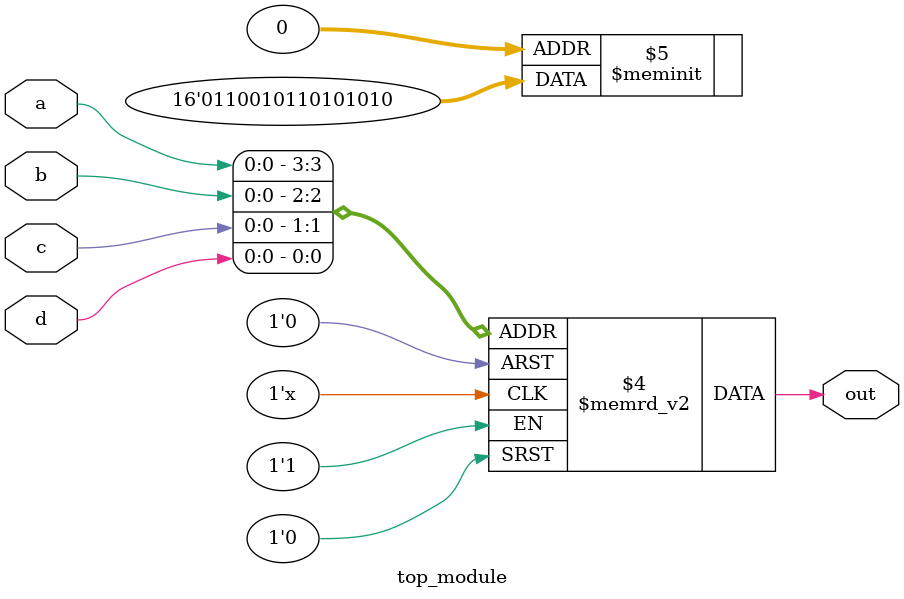
<source format=sv>
module top_module (
    input a, 
    input b,
    input c,
    input d,
    output reg out
);

    always @(a, b, c, d) begin
        case({a,b,c,d})
            4'b0000: out = 1'b0;
            4'b0001: out = 1'b1;
            4'b0010: out = 1'b0;
            4'b0011: out = 1'b1;
            4'b0100: out = 1'b0;
            4'b0101: out = 1'b1;
            4'b0110: out = 1'b0;
            4'b0111: out = 1'b1;
            4'b1000: out = 1'b1; 
            4'b1001: out = 1'b0;
            4'b1010: out = 1'b1;
            4'b1011: out = 1'b0;
            4'b1100: out = 1'b0;
            4'b1101: out = 1'b1;
            4'b1110: out = 1'b1;
            4'b1111: out = 1'b0;
        endcase
    end

endmodule

</source>
